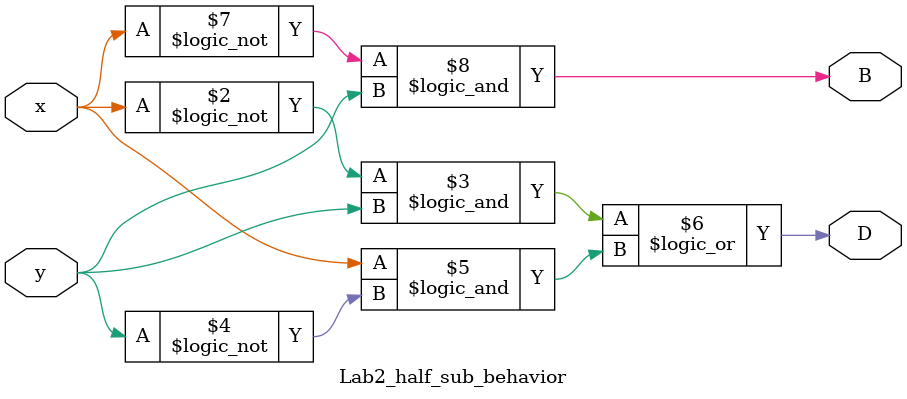
<source format=v>
module Lab2_half_sub_behavior(output D, B, input x, y);
always @(D,B,x,y);
  begin 
	assign D = (!x)&&y || x&&(!y);
	assign B = (!x)&&y;
  end 
endmodule 
</source>
